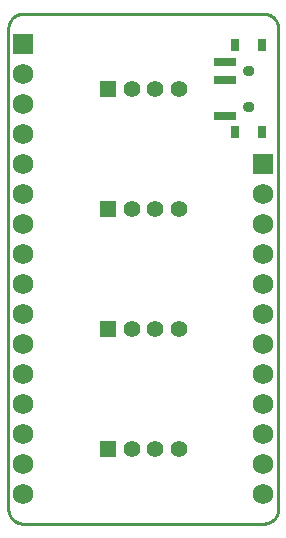
<source format=gts>
G75*
%MOIN*%
%OFA0B0*%
%FSLAX25Y25*%
%IPPOS*%
%LPD*%
%AMOC8*
5,1,8,0,0,1.08239X$1,22.5*
%
%ADD10C,0.01000*%
%ADD11R,0.06900X0.06900*%
%ADD12C,0.06900*%
%ADD13R,0.05550X0.05550*%
%ADD14C,0.05550*%
%ADD15R,0.07487X0.03156*%
%ADD16R,0.03156X0.04400*%
%ADD17C,0.00000*%
%ADD18C,0.03600*%
D10*
X0001500Y0006500D02*
X0001500Y0166500D01*
X0001502Y0166640D01*
X0001508Y0166780D01*
X0001518Y0166920D01*
X0001531Y0167060D01*
X0001549Y0167199D01*
X0001571Y0167338D01*
X0001596Y0167475D01*
X0001625Y0167613D01*
X0001658Y0167749D01*
X0001695Y0167884D01*
X0001736Y0168018D01*
X0001781Y0168151D01*
X0001829Y0168283D01*
X0001881Y0168413D01*
X0001936Y0168542D01*
X0001995Y0168669D01*
X0002058Y0168795D01*
X0002124Y0168919D01*
X0002193Y0169040D01*
X0002266Y0169160D01*
X0002343Y0169278D01*
X0002422Y0169393D01*
X0002505Y0169507D01*
X0002591Y0169617D01*
X0002680Y0169726D01*
X0002772Y0169832D01*
X0002867Y0169935D01*
X0002964Y0170036D01*
X0003065Y0170133D01*
X0003168Y0170228D01*
X0003274Y0170320D01*
X0003383Y0170409D01*
X0003493Y0170495D01*
X0003607Y0170578D01*
X0003722Y0170657D01*
X0003840Y0170734D01*
X0003960Y0170807D01*
X0004081Y0170876D01*
X0004205Y0170942D01*
X0004331Y0171005D01*
X0004458Y0171064D01*
X0004587Y0171119D01*
X0004717Y0171171D01*
X0004849Y0171219D01*
X0004982Y0171264D01*
X0005116Y0171305D01*
X0005251Y0171342D01*
X0005387Y0171375D01*
X0005525Y0171404D01*
X0005662Y0171429D01*
X0005801Y0171451D01*
X0005940Y0171469D01*
X0006080Y0171482D01*
X0006220Y0171492D01*
X0006360Y0171498D01*
X0006500Y0171500D01*
X0086500Y0171500D01*
X0086640Y0171498D01*
X0086780Y0171492D01*
X0086920Y0171482D01*
X0087060Y0171469D01*
X0087199Y0171451D01*
X0087338Y0171429D01*
X0087475Y0171404D01*
X0087613Y0171375D01*
X0087749Y0171342D01*
X0087884Y0171305D01*
X0088018Y0171264D01*
X0088151Y0171219D01*
X0088283Y0171171D01*
X0088413Y0171119D01*
X0088542Y0171064D01*
X0088669Y0171005D01*
X0088795Y0170942D01*
X0088919Y0170876D01*
X0089040Y0170807D01*
X0089160Y0170734D01*
X0089278Y0170657D01*
X0089393Y0170578D01*
X0089507Y0170495D01*
X0089617Y0170409D01*
X0089726Y0170320D01*
X0089832Y0170228D01*
X0089935Y0170133D01*
X0090036Y0170036D01*
X0090133Y0169935D01*
X0090228Y0169832D01*
X0090320Y0169726D01*
X0090409Y0169617D01*
X0090495Y0169507D01*
X0090578Y0169393D01*
X0090657Y0169278D01*
X0090734Y0169160D01*
X0090807Y0169040D01*
X0090876Y0168919D01*
X0090942Y0168795D01*
X0091005Y0168669D01*
X0091064Y0168542D01*
X0091119Y0168413D01*
X0091171Y0168283D01*
X0091219Y0168151D01*
X0091264Y0168018D01*
X0091305Y0167884D01*
X0091342Y0167749D01*
X0091375Y0167613D01*
X0091404Y0167475D01*
X0091429Y0167338D01*
X0091451Y0167199D01*
X0091469Y0167060D01*
X0091482Y0166920D01*
X0091492Y0166780D01*
X0091498Y0166640D01*
X0091500Y0166500D01*
X0091500Y0006500D01*
X0091498Y0006360D01*
X0091492Y0006220D01*
X0091482Y0006080D01*
X0091469Y0005940D01*
X0091451Y0005801D01*
X0091429Y0005662D01*
X0091404Y0005525D01*
X0091375Y0005387D01*
X0091342Y0005251D01*
X0091305Y0005116D01*
X0091264Y0004982D01*
X0091219Y0004849D01*
X0091171Y0004717D01*
X0091119Y0004587D01*
X0091064Y0004458D01*
X0091005Y0004331D01*
X0090942Y0004205D01*
X0090876Y0004081D01*
X0090807Y0003960D01*
X0090734Y0003840D01*
X0090657Y0003722D01*
X0090578Y0003607D01*
X0090495Y0003493D01*
X0090409Y0003383D01*
X0090320Y0003274D01*
X0090228Y0003168D01*
X0090133Y0003065D01*
X0090036Y0002964D01*
X0089935Y0002867D01*
X0089832Y0002772D01*
X0089726Y0002680D01*
X0089617Y0002591D01*
X0089507Y0002505D01*
X0089393Y0002422D01*
X0089278Y0002343D01*
X0089160Y0002266D01*
X0089040Y0002193D01*
X0088919Y0002124D01*
X0088795Y0002058D01*
X0088669Y0001995D01*
X0088542Y0001936D01*
X0088413Y0001881D01*
X0088283Y0001829D01*
X0088151Y0001781D01*
X0088018Y0001736D01*
X0087884Y0001695D01*
X0087749Y0001658D01*
X0087613Y0001625D01*
X0087475Y0001596D01*
X0087338Y0001571D01*
X0087199Y0001549D01*
X0087060Y0001531D01*
X0086920Y0001518D01*
X0086780Y0001508D01*
X0086640Y0001502D01*
X0086500Y0001500D01*
X0006500Y0001500D01*
X0006360Y0001502D01*
X0006220Y0001508D01*
X0006080Y0001518D01*
X0005940Y0001531D01*
X0005801Y0001549D01*
X0005662Y0001571D01*
X0005525Y0001596D01*
X0005387Y0001625D01*
X0005251Y0001658D01*
X0005116Y0001695D01*
X0004982Y0001736D01*
X0004849Y0001781D01*
X0004717Y0001829D01*
X0004587Y0001881D01*
X0004458Y0001936D01*
X0004331Y0001995D01*
X0004205Y0002058D01*
X0004081Y0002124D01*
X0003960Y0002193D01*
X0003840Y0002266D01*
X0003722Y0002343D01*
X0003607Y0002422D01*
X0003493Y0002505D01*
X0003383Y0002591D01*
X0003274Y0002680D01*
X0003168Y0002772D01*
X0003065Y0002867D01*
X0002964Y0002964D01*
X0002867Y0003065D01*
X0002772Y0003168D01*
X0002680Y0003274D01*
X0002591Y0003383D01*
X0002505Y0003493D01*
X0002422Y0003607D01*
X0002343Y0003722D01*
X0002266Y0003840D01*
X0002193Y0003960D01*
X0002124Y0004081D01*
X0002058Y0004205D01*
X0001995Y0004331D01*
X0001936Y0004458D01*
X0001881Y0004587D01*
X0001829Y0004717D01*
X0001781Y0004849D01*
X0001736Y0004982D01*
X0001695Y0005116D01*
X0001658Y0005251D01*
X0001625Y0005387D01*
X0001596Y0005525D01*
X0001571Y0005662D01*
X0001549Y0005801D01*
X0001531Y0005940D01*
X0001518Y0006080D01*
X0001508Y0006220D01*
X0001502Y0006360D01*
X0001500Y0006500D01*
D11*
X0086500Y0121500D03*
X0006500Y0161500D03*
D12*
X0006500Y0151500D03*
X0006500Y0141500D03*
X0006500Y0131500D03*
X0006500Y0121500D03*
X0006500Y0111500D03*
X0006500Y0101500D03*
X0006500Y0091500D03*
X0006500Y0081500D03*
X0006500Y0071500D03*
X0006500Y0061500D03*
X0006500Y0051500D03*
X0006500Y0041500D03*
X0006500Y0031500D03*
X0006500Y0021500D03*
X0006500Y0011500D03*
X0086500Y0011500D03*
X0086500Y0021500D03*
X0086500Y0031500D03*
X0086500Y0041500D03*
X0086500Y0051500D03*
X0086500Y0061500D03*
X0086500Y0071500D03*
X0086500Y0081500D03*
X0086500Y0091500D03*
X0086500Y0101500D03*
X0086500Y0111500D03*
D13*
X0034689Y0106500D03*
X0034689Y0066500D03*
X0034689Y0026500D03*
X0034689Y0146500D03*
D14*
X0042563Y0146500D03*
X0050437Y0146500D03*
X0058311Y0146500D03*
X0058311Y0106500D03*
X0050437Y0106500D03*
X0042563Y0106500D03*
X0042563Y0066500D03*
X0050437Y0066500D03*
X0058311Y0066500D03*
X0058311Y0026500D03*
X0050437Y0026500D03*
X0042563Y0026500D03*
D15*
X0073713Y0137500D03*
X0073713Y0149500D03*
X0073713Y0155500D03*
D16*
X0076972Y0161000D03*
X0086028Y0161000D03*
X0086028Y0132000D03*
X0076972Y0132000D03*
D17*
X0079900Y0140500D02*
X0079902Y0140580D01*
X0079908Y0140659D01*
X0079918Y0140738D01*
X0079932Y0140817D01*
X0079949Y0140895D01*
X0079971Y0140972D01*
X0079996Y0141047D01*
X0080026Y0141121D01*
X0080058Y0141194D01*
X0080095Y0141265D01*
X0080135Y0141334D01*
X0080178Y0141401D01*
X0080225Y0141466D01*
X0080274Y0141528D01*
X0080327Y0141588D01*
X0080383Y0141645D01*
X0080441Y0141700D01*
X0080502Y0141751D01*
X0080566Y0141799D01*
X0080632Y0141844D01*
X0080700Y0141886D01*
X0080770Y0141924D01*
X0080842Y0141958D01*
X0080915Y0141989D01*
X0080990Y0142017D01*
X0081067Y0142040D01*
X0081144Y0142060D01*
X0081222Y0142076D01*
X0081301Y0142088D01*
X0081380Y0142096D01*
X0081460Y0142100D01*
X0081540Y0142100D01*
X0081620Y0142096D01*
X0081699Y0142088D01*
X0081778Y0142076D01*
X0081856Y0142060D01*
X0081933Y0142040D01*
X0082010Y0142017D01*
X0082085Y0141989D01*
X0082158Y0141958D01*
X0082230Y0141924D01*
X0082300Y0141886D01*
X0082368Y0141844D01*
X0082434Y0141799D01*
X0082498Y0141751D01*
X0082559Y0141700D01*
X0082617Y0141645D01*
X0082673Y0141588D01*
X0082726Y0141528D01*
X0082775Y0141466D01*
X0082822Y0141401D01*
X0082865Y0141334D01*
X0082905Y0141265D01*
X0082942Y0141194D01*
X0082974Y0141121D01*
X0083004Y0141047D01*
X0083029Y0140972D01*
X0083051Y0140895D01*
X0083068Y0140817D01*
X0083082Y0140738D01*
X0083092Y0140659D01*
X0083098Y0140580D01*
X0083100Y0140500D01*
X0083098Y0140420D01*
X0083092Y0140341D01*
X0083082Y0140262D01*
X0083068Y0140183D01*
X0083051Y0140105D01*
X0083029Y0140028D01*
X0083004Y0139953D01*
X0082974Y0139879D01*
X0082942Y0139806D01*
X0082905Y0139735D01*
X0082865Y0139666D01*
X0082822Y0139599D01*
X0082775Y0139534D01*
X0082726Y0139472D01*
X0082673Y0139412D01*
X0082617Y0139355D01*
X0082559Y0139300D01*
X0082498Y0139249D01*
X0082434Y0139201D01*
X0082368Y0139156D01*
X0082300Y0139114D01*
X0082230Y0139076D01*
X0082158Y0139042D01*
X0082085Y0139011D01*
X0082010Y0138983D01*
X0081933Y0138960D01*
X0081856Y0138940D01*
X0081778Y0138924D01*
X0081699Y0138912D01*
X0081620Y0138904D01*
X0081540Y0138900D01*
X0081460Y0138900D01*
X0081380Y0138904D01*
X0081301Y0138912D01*
X0081222Y0138924D01*
X0081144Y0138940D01*
X0081067Y0138960D01*
X0080990Y0138983D01*
X0080915Y0139011D01*
X0080842Y0139042D01*
X0080770Y0139076D01*
X0080700Y0139114D01*
X0080632Y0139156D01*
X0080566Y0139201D01*
X0080502Y0139249D01*
X0080441Y0139300D01*
X0080383Y0139355D01*
X0080327Y0139412D01*
X0080274Y0139472D01*
X0080225Y0139534D01*
X0080178Y0139599D01*
X0080135Y0139666D01*
X0080095Y0139735D01*
X0080058Y0139806D01*
X0080026Y0139879D01*
X0079996Y0139953D01*
X0079971Y0140028D01*
X0079949Y0140105D01*
X0079932Y0140183D01*
X0079918Y0140262D01*
X0079908Y0140341D01*
X0079902Y0140420D01*
X0079900Y0140500D01*
X0079900Y0152500D02*
X0079902Y0152580D01*
X0079908Y0152659D01*
X0079918Y0152738D01*
X0079932Y0152817D01*
X0079949Y0152895D01*
X0079971Y0152972D01*
X0079996Y0153047D01*
X0080026Y0153121D01*
X0080058Y0153194D01*
X0080095Y0153265D01*
X0080135Y0153334D01*
X0080178Y0153401D01*
X0080225Y0153466D01*
X0080274Y0153528D01*
X0080327Y0153588D01*
X0080383Y0153645D01*
X0080441Y0153700D01*
X0080502Y0153751D01*
X0080566Y0153799D01*
X0080632Y0153844D01*
X0080700Y0153886D01*
X0080770Y0153924D01*
X0080842Y0153958D01*
X0080915Y0153989D01*
X0080990Y0154017D01*
X0081067Y0154040D01*
X0081144Y0154060D01*
X0081222Y0154076D01*
X0081301Y0154088D01*
X0081380Y0154096D01*
X0081460Y0154100D01*
X0081540Y0154100D01*
X0081620Y0154096D01*
X0081699Y0154088D01*
X0081778Y0154076D01*
X0081856Y0154060D01*
X0081933Y0154040D01*
X0082010Y0154017D01*
X0082085Y0153989D01*
X0082158Y0153958D01*
X0082230Y0153924D01*
X0082300Y0153886D01*
X0082368Y0153844D01*
X0082434Y0153799D01*
X0082498Y0153751D01*
X0082559Y0153700D01*
X0082617Y0153645D01*
X0082673Y0153588D01*
X0082726Y0153528D01*
X0082775Y0153466D01*
X0082822Y0153401D01*
X0082865Y0153334D01*
X0082905Y0153265D01*
X0082942Y0153194D01*
X0082974Y0153121D01*
X0083004Y0153047D01*
X0083029Y0152972D01*
X0083051Y0152895D01*
X0083068Y0152817D01*
X0083082Y0152738D01*
X0083092Y0152659D01*
X0083098Y0152580D01*
X0083100Y0152500D01*
X0083098Y0152420D01*
X0083092Y0152341D01*
X0083082Y0152262D01*
X0083068Y0152183D01*
X0083051Y0152105D01*
X0083029Y0152028D01*
X0083004Y0151953D01*
X0082974Y0151879D01*
X0082942Y0151806D01*
X0082905Y0151735D01*
X0082865Y0151666D01*
X0082822Y0151599D01*
X0082775Y0151534D01*
X0082726Y0151472D01*
X0082673Y0151412D01*
X0082617Y0151355D01*
X0082559Y0151300D01*
X0082498Y0151249D01*
X0082434Y0151201D01*
X0082368Y0151156D01*
X0082300Y0151114D01*
X0082230Y0151076D01*
X0082158Y0151042D01*
X0082085Y0151011D01*
X0082010Y0150983D01*
X0081933Y0150960D01*
X0081856Y0150940D01*
X0081778Y0150924D01*
X0081699Y0150912D01*
X0081620Y0150904D01*
X0081540Y0150900D01*
X0081460Y0150900D01*
X0081380Y0150904D01*
X0081301Y0150912D01*
X0081222Y0150924D01*
X0081144Y0150940D01*
X0081067Y0150960D01*
X0080990Y0150983D01*
X0080915Y0151011D01*
X0080842Y0151042D01*
X0080770Y0151076D01*
X0080700Y0151114D01*
X0080632Y0151156D01*
X0080566Y0151201D01*
X0080502Y0151249D01*
X0080441Y0151300D01*
X0080383Y0151355D01*
X0080327Y0151412D01*
X0080274Y0151472D01*
X0080225Y0151534D01*
X0080178Y0151599D01*
X0080135Y0151666D01*
X0080095Y0151735D01*
X0080058Y0151806D01*
X0080026Y0151879D01*
X0079996Y0151953D01*
X0079971Y0152028D01*
X0079949Y0152105D01*
X0079932Y0152183D01*
X0079918Y0152262D01*
X0079908Y0152341D01*
X0079902Y0152420D01*
X0079900Y0152500D01*
D18*
X0081500Y0152500D03*
X0081500Y0140500D03*
M02*

</source>
